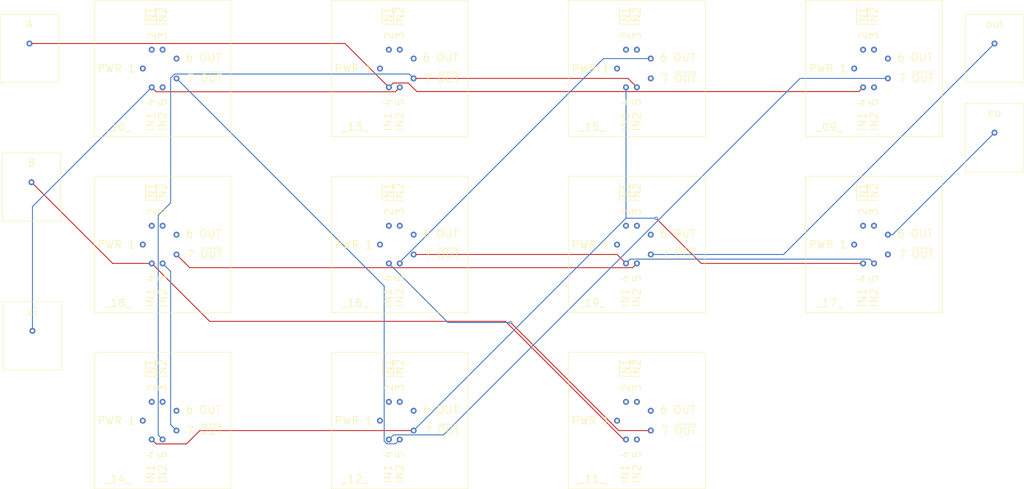
<source format=kicad_pcb>
(kicad_pcb (version 20211014) (generator pcbnew)
  (layers (0 "F.Cu" signal) (31 "B.Cu" signal) (34 "B.Paste" user) (35 "F.Paste" user) (36 "B.SilkS" user "B.Silkscreen") (37 "F.SilkS" user "F.Silkscreen") (38 "B.Mask" user) (39 "F.Mask" user) (44 "Edge.Cuts" user))
  (net 0 "")
  (net 1 "A")
  (net 2 "_05_")
  (net 3 "ci")
  (net 4 "_06_")
  (net 5 "B")
  (net 6 "_07_")
  (net 7 "_08_")
  (net 8 "_00_")
  (net 9 "_01_")
  (net 10 "_02_")
  (net 11 "_03_")
  (net 12 "co")
  (net 13 "_04_")
  (net 14 "out")
  (footprint "FA:NOR" (layer "F.Cu") (at 121.844 137.326)
    (fp_text reference "_12_" (at -15 15 unlocked) (layer "F.SilkS") (effects (font (size 2 2)) (justify left)))
    (fp_text value "NOR")
    (fp_text user "PWR 1" (at -6.858 0 unlocked) (layer "F.SilkS") (effects (font (size 2 2)) (justify right)))
    (fp_text user "IN2 5" (at 0 7.62 90 unlocked) (layer "F.SilkS") (effects (font (size 2 2)) (justify right)))
    (fp_text user "3 ~{IN2}" (at 0 -7.366 90 unlocked) (layer "F.SilkS") (effects (font (size 2 2)) (justify left)))
    (fp_text user "6 OUT" (at 5.842 -2.794 unlocked) (layer "F.SilkS") (effects (font (size 2 2)) (justify left)))
    (fp_text user "IN1 4" (at -3.048 7.62 90 unlocked) (layer "F.SilkS") (effects (font (size 2 2)) (justify right)))
    (fp_text user "7 ~{OUT}" (at 6.096 2.54 unlocked) (layer "F.SilkS") (effects (font (size 2 2)) (justify left)))
    (fp_text user "2 ~{IN1}" (at -2.794 -7.366 90 unlocked) (layer "F.SilkS") (effects (font (size 2 2)) (justify left)))
    (fp_line (start 17.5 17.5) (end -17.5 17.5) (layer "F.SilkS") (width 0.12))
    (fp_line (start -17.5 17.5) (end -17.5 -17.5) (layer "F.SilkS") (width 0.12))
    (fp_line (start 17.5 -17.5) (end -17.5 -17.5) (layer "F.SilkS") (width 0.12))
    (fp_line (start 17.5 -17.5) (end 17.5 17.5) (layer "F.SilkS") (width 0.12))
    (pad "1" thru_hole circle (at -5.08 0) (size 1.524 1.524) (drill 0.762) (layers *.Cu *.Mask))
    (pad "2" thru_hole circle (at -2.794 -4.826) (size 1.524 1.524) (drill 0.762) (layers *.Cu *.Mask))
    (pad "3" thru_hole circle (at 0 -4.826) (size 1.524 1.524) (drill 0.762) (layers *.Cu *.Mask))
    (pad "4" thru_hole circle (at -2.794 4.826) (size 1.524 1.524) (drill 0.762) (layers *.Cu *.Mask) (net 2 "_05_"))
    (pad "5" thru_hole circle (at 0 4.826) (size 1.524 1.524) (drill 0.762) (layers *.Cu *.Mask) (net 4 "_06_"))
    (pad "6" thru_hole circle (at 3.556 -2.54) (size 1.524 1.524) (drill 0.762) (layers *.Cu *.Mask))
    (pad "7" thru_hole circle (at 3.556 2.54) (size 1.524 1.524) (drill 0.762) (layers *.Cu *.Mask) (net 7 "_08_"))
  )
  (footprint "FA:NOR" (layer "F.Cu") (at 243.424 92.186)
    (fp_text reference "_17_" (at -15 15 unlocked) (layer "F.SilkS") (effects (font (size 2 2)) (justify left)))
    (fp_text value "OR")
    (fp_text user "3 ~{IN2}" (at 0 -7.366 90 unlocked) (layer "F.SilkS") (effects (font (size 2 2)) (justify left)))
    (fp_text user "IN1 4" (at -3.048 7.62 90 unlocked) (layer "F.SilkS") (effects (font (size 2 2)) (justify right)))
    (fp_text user "7 ~{OUT}" (at 6.096 2.54 unlocked) (layer "F.SilkS") (effects (font (size 2 2)) (justify left)))
    (fp_text user "2 ~{IN1}" (at -2.794 -7.366 90 unlocked) (layer "F.SilkS") (effects (font (size 2 2)) (justify left)))
    (fp_text user "IN2 5" (at 0 7.62 90 unlocked) (layer "F.SilkS") (effects (font (size 2 2)) (justify right)))
    (fp_text user "PWR 1" (at -6.858 0 unlocked) (layer "F.SilkS") (effects (font (size 2 2)) (justify right)))
    (fp_text user "6 OUT" (at 5.842 -2.794 unlocked) (layer "F.SilkS") (effects (font (size 2 2)) (justify left)))
    (fp_line (start -17.5 17.5) (end -17.5 -17.5) (layer "F.SilkS") (width 0.12))
    (fp_line (start 17.5 -17.5) (end 17.5 17.5) (layer "F.SilkS") (width 0.12))
    (fp_line (start 17.5 17.5) (end -17.5 17.5) (layer "F.SilkS") (width 0.12))
    (fp_line (start 17.5 -17.5) (end -17.5 -17.5) (layer "F.SilkS") (width 0.12))
    (pad "1" thru_hole circle (at -5.08 0) (size 1.524 1.524) (drill 0.762) (layers *.Cu *.Mask))
    (pad "2" thru_hole circle (at -2.794 -4.826) (size 1.524 1.524) (drill 0.762) (layers *.Cu *.Mask))
    (pad "3" thru_hole circle (at 0 -4.826) (size 1.524 1.524) (drill 0.762) (layers *.Cu *.Mask))
    (pad "4" thru_hole circle (at -2.794 4.826) (size 1.524 1.524) (drill 0.762) (layers *.Cu *.Mask) (net 7 "_08_"))
    (pad "5" thru_hole circle (at 0 4.826) (size 1.524 1.524) (drill 0.762) (layers *.Cu *.Mask) (net 11 "_03_"))
    (pad "6" thru_hole circle (at 3.556 -2.54) (size 1.524 1.524) (drill 0.762) (layers *.Cu *.Mask) (net 12 "co"))
    (pad "7" thru_hole circle (at 3.556 2.54) (size 1.524 1.524) (drill 0.762) (layers *.Cu *.Mask))
  )
  (footprint "FA:NOR" (layer "F.Cu") (at 61.054 47.046)
    (fp_text reference "_10_" (at -15 15 unlocked) (layer "F.SilkS") (effects (font (size 2 2)) (justify left)))
    (fp_text value "NOT")
    (fp_text user "IN2 5" (at 0 7.62 90 unlocked) (layer "F.SilkS") (effects (font (size 2 2)) (justify right)))
    (fp_text user "PWR 1" (at -6.858 0 unlocked) (layer "F.SilkS") (effects (font (size 2 2)) (justify right)))
    (fp_text user "3 ~{IN2}" (at 0 -7.366 90 unlocked) (layer "F.SilkS") (effects (font (size 2 2)) (justify left)))
    (fp_text user "7 ~{OUT}" (at 6.096 2.54 unlocked) (layer "F.SilkS") (effects (font (size 2 2)) (justify left)))
    (fp_text user "6 OUT" (at 5.842 -2.794 unlocked) (layer "F.SilkS") (effects (font (size 2 2)) (justify left)))
    (fp_text user "2 ~{IN1}" (at -2.794 -7.366 90 unlocked) (layer "F.SilkS") (effects (font (size 2 2)) (justify left)))
    (fp_text user "IN1 4" (at -3.048 7.62 90 unlocked) (layer "F.SilkS") (effects (font (size 2 2)) (justify right)))
    (fp_line (start -17.5 17.5) (end -17.5 -17.5) (layer "F.SilkS") (width 0.12))
    (fp_line (start 17.5 -17.5) (end 17.5 17.5) (layer "F.SilkS") (width 0.12))
    (fp_line (start 17.5 -17.5) (end -17.5 -17.5) (layer "F.SilkS") (width 0.12))
    (fp_line (start 17.5 17.5) (end -17.5 17.5) (layer "F.SilkS") (width 0.12))
    (pad "1" thru_hole circle (at -5.08 0) (size 1.524 1.524) (drill 0.762) (layers *.Cu *.Mask))
    (pad "2" thru_hole circle (at -2.794 -4.826) (size 1.524 1.524) (drill 0.762) (layers *.Cu *.Mask))
    (pad "3" thru_hole circle (at 0 -4.826) (size 1.524 1.524) (drill 0.762) (layers *.Cu *.Mask))
    (pad "4" thru_hole circle (at -2.794 4.826) (size 1.524 1.524) (drill 0.762) (layers *.Cu *.Mask) (net 3 "ci"))
    (pad "5" thru_hole circle (at 0 4.826) (size 1.524 1.524) (drill 0.762) (layers *.Cu *.Mask))
    (pad "6" thru_hole circle (at 3.556 -2.54) (size 1.524 1.524) (drill 0.762) (layers *.Cu *.Mask))
    (pad "7" thru_hole circle (at 3.556 2.54) (size 1.524 1.524) (drill 0.762) (layers *.Cu *.Mask) (net 4 "_06_"))
  )
  (footprint "FA:INPUT" (layer "F.Cu") (at 26.924 40.64)
    (fp_text reference "A" (at 0 -5 unlocked) (layer "F.SilkS") (effects (font (size 2 2))))
    (fp_text value "INPUT")
    (fp_rect (start -7.5 -7.5) (end 7.5 10) (layer "F.SilkS") (width 0.12) (fill none))
    (pad "1" thru_hole circle (at 0 0) (size 1.524 1.524) (drill 0.762) (layers *.Cu *.Mask) (net 1 "A"))
  )
  (footprint "FA:NOR" (layer "F.Cu") (at 182.634 137.326)
    (fp_text reference "_11_" (at -15 15 unlocked) (layer "F.SilkS") (effects (font (size 2 2)) (justify left)))
    (fp_text value "NOT")
    (fp_text user "2 ~{IN1}" (at -2.794 -7.366 90 unlocked) (layer "F.SilkS") (effects (font (size 2 2)) (justify left)))
    (fp_text user "3 ~{IN2}" (at 0 -7.366 90 unlocked) (layer "F.SilkS") (effects (font (size 2 2)) (justify left)))
    (fp_text user "6 OUT" (at 5.842 -2.794 unlocked) (layer "F.SilkS") (effects (font (size 2 2)) (justify left)))
    (fp_text user "IN2 5" (at 0 7.62 90 unlocked) (layer "F.SilkS") (effects (font (size 2 2)) (justify right)))
    (fp_text user "7 ~{OUT}" (at 6.096 2.54 unlocked) (layer "F.SilkS") (effects (font (size 2 2)) (justify left)))
    (fp_text user "IN1 4" (at -3.048 7.62 90 unlocked) (layer "F.SilkS") (effects (font (size 2 2)) (justify right)))
    (fp_text user "PWR 1" (at -6.858 0 unlocked) (layer "F.SilkS") (effects (font (size 2 2)) (justify right)))
    (fp_line (start -17.5 17.5) (end -17.5 -17.5) (layer "F.SilkS") (width 0.12))
    (fp_line (start 17.5 -17.5) (end -17.5 -17.5) (layer "F.SilkS") (width 0.12))
    (fp_line (start 17.5 17.5) (end -17.5 17.5) (layer "F.SilkS") (width 0.12))
    (fp_line (start 17.5 -17.5) (end 17.5 17.5) (layer "F.SilkS") (width 0.12))
    (pad "1" thru_hole circle (at -5.08 0) (size 1.524 1.524) (drill 0.762) (layers *.Cu *.Mask))
    (pad "2" thru_hole circle (at -2.794 -4.826) (size 1.524 1.524) (drill 0.762) (layers *.Cu *.Mask))
    (pad "3" thru_hole circle (at 0 -4.826) (size 1.524 1.524) (drill 0.762) (layers *.Cu *.Mask))
    (pad "4" thru_hole circle (at -2.794 4.826) (size 1.524 1.524) (drill 0.762) (layers *.Cu *.Mask) (net 5 "B"))
    (pad "5" thru_hole circle (at 0 4.826) (size 1.524 1.524) (drill 0.762) (layers *.Cu *.Mask))
    (pad "6" thru_hole circle (at 3.556 -2.54) (size 1.524 1.524) (drill 0.762) (layers *.Cu *.Mask))
    (pad "7" thru_hole circle (at 3.556 2.54) (size 1.524 1.524) (drill 0.762) (layers *.Cu *.Mask) (net 6 "_07_"))
  )
  (footprint "FA:NOR" (layer "F.Cu") (at 61.054 137.326)
    (fp_text reference "_14_" (at -15 15 unlocked) (layer "F.SilkS") (effects (font (size 2 2)) (justify left)))
    (fp_text value "NOR")
    (fp_text user "IN1 4" (at -3.048 7.62 90 unlocked) (layer "F.SilkS") (effects (font (size 2 2)) (justify right)))
    (fp_text user "3 ~{IN2}" (at 0 -7.366 90 unlocked) (layer "F.SilkS") (effects (font (size 2 2)) (justify left)))
    (fp_text user "2 ~{IN1}" (at -2.794 -7.366 90 unlocked) (layer "F.SilkS") (effects (font (size 2 2)) (justify left)))
    (fp_text user "6 OUT" (at 5.842 -2.794 unlocked) (layer "F.SilkS") (effects (font (size 2 2)) (justify left)))
    (fp_text user "PWR 1" (at -6.858 0 unlocked) (layer "F.SilkS") (effects (font (size 2 2)) (justify right)))
    (fp_text user "IN2 5" (at 0 7.62 90 unlocked) (layer "F.SilkS") (effects (font (size 2 2)) (justify right)))
    (fp_text user "7 ~{OUT}" (at 6.096 2.54 unlocked) (layer "F.SilkS") (effects (font (size 2 2)) (justify left)))
    (fp_line (start 17.5 -17.5) (end -17.5 -17.5) (layer "F.SilkS") (width 0.12))
    (fp_line (start 17.5 -17.5) (end 17.5 17.5) (layer "F.SilkS") (width 0.12))
    (fp_line (start -17.5 17.5) (end -17.5 -17.5) (layer "F.SilkS") (width 0.12))
    (fp_line (start 17.5 17.5) (end -17.5 17.5) (layer "F.SilkS") (width 0.12))
    (pad "1" thru_hole circle (at -5.08 0) (size 1.524 1.524) (drill 0.762) (layers *.Cu *.Mask))
    (pad "2" thru_hole circle (at -2.794 -4.826) (size 1.524 1.524) (drill 0.762) (layers *.Cu *.Mask))
    (pad "3" thru_hole circle (at 0 -4.826) (size 1.524 1.524) (drill 0.762) (layers *.Cu *.Mask))
    (pad "4" thru_hole circle (at -2.794 4.826) (size 1.524 1.524) (drill 0.762) (layers *.Cu *.Mask) (net 7 "_08_"))
    (pad "5" thru_hole circle (at 0 4.826) (size 1.524 1.524) (drill 0.762) (layers *.Cu *.Mask) (net 8 "_00_"))
    (pad "6" thru_hole circle (at 3.556 -2.54) (size 1.524 1.524) (drill 0.762) (layers *.Cu *.Mask))
    (pad "7" thru_hole circle (at 3.556 2.54) (size 1.524 1.524) (drill 0.762) (layers *.Cu *.Mask) (net 9 "_01_"))
  )
  (footprint "FA:OUTPUT" (layer "F.Cu") (at 274.32 63.5)
    (fp_text reference "co" (at 0 -5 unlocked) (layer "F.SilkS") (effects (font (size 2 2))))
    (fp_text value "OUTPUT")
    (fp_rect (start -7.5 -7.5) (end 7.5 10) (layer "F.SilkS") (width 0.12) (fill none))
    (pad "1" thru_hole circle (at 0 0) (size 1.524 1.524) (drill 0.762) (layers *.Cu *.Mask) (net 12 "co"))
  )
  (footprint "FA:NOR" (layer "F.Cu") (at 182.634 92.186)
    (fp_text reference "_19_" (at -15 15 unlocked) (layer "F.SilkS") (effects (font (size 2 2)) (justify left)))
    (fp_text value "NOR")
    (fp_text user "PWR 1" (at -6.858 0 unlocked) (layer "F.SilkS") (effects (font (size 2 2)) (justify right)))
    (fp_text user "IN1 4" (at -3.048 7.62 90 unlocked) (layer "F.SilkS") (effects (font (size 2 2)) (justify right)))
    (fp_text user "2 ~{IN1}" (at -2.794 -7.366 90 unlocked) (layer "F.SilkS") (effects (font (size 2 2)) (justify left)))
    (fp_text user "IN2 5" (at 0 7.62 90 unlocked) (layer "F.SilkS") (effects (font (size 2 2)) (justify right)))
    (fp_text user "3 ~{IN2}" (at 0 -7.366 90 unlocked) (layer "F.SilkS") (effects (font (size 2 2)) (justify left)))
    (fp_text user "6 OUT" (at 5.842 -2.794 unlocked) (layer "F.SilkS") (effects (font (size 2 2)) (justify left)))
    (fp_text user "7 ~{OUT}" (at 6.096 2.54 unlocked) (layer "F.SilkS") (effects (font (size 2 2)) (justify left)))
    (fp_line (start -17.5 17.5) (end -17.5 -17.5) (layer "F.SilkS") (width 0.12))
    (fp_line (start 17.5 -17.5) (end 17.5 17.5) (layer "F.SilkS") (width 0.12))
    (fp_line (start 17.5 17.5) (end -17.5 17.5) (layer "F.SilkS") (width 0.12))
    (fp_line (start 17.5 -17.5) (end -17.5 -17.5) (layer "F.SilkS") (width 0.12))
    (pad "1" thru_hole circle (at -5.08 0) (size 1.524 1.524) (drill 0.762) (layers *.Cu *.Mask))
    (pad "2" thru_hole circle (at -2.794 -4.826) (size 1.524 1.524) (drill 0.762) (layers *.Cu *.Mask))
    (pad "3" thru_hole circle (at 0 -4.826) (size 1.524 1.524) (drill 0.762) (layers *.Cu *.Mask))
    (pad "4" thru_hole circle (at -2.794 4.826) (size 1.524 1.524) (drill 0.762) (layers *.Cu *.Mask) (net 11 "_03_"))
    (pad "5" thru_hole circle (at 0 4.826) (size 1.524 1.524) (drill 0.762) (layers *.Cu *.Mask) (net 13 "_04_"))
    (pad "6" thru_hole circle (at 3.556 -2.54) (size 1.524 1.524) (drill 0.762) (layers *.Cu *.Mask))
    (pad "7" thru_hole circle (at 3.556 2.54) (size 1.524 1.524) (drill 0.762) (layers *.Cu *.Mask) (net 14 "out"))
  )
  (footprint "FA:OUTPUT" (layer "F.Cu") (at 274.32 40.64)
    (fp_text reference "out" (at 0 -5 unlocked) (layer "F.SilkS") (effects (font (size 2 2))))
    (fp_text value "OUTPUT")
    (fp_rect (start -7.5 -7.5) (end 7.5 10) (layer "F.SilkS") (width 0.12) (fill none))
    (pad "1" thru_hole circle (at 0 0) (size 1.524 1.524) (drill 0.762) (layers *.Cu *.Mask) (net 14 "out"))
  )
  (footprint "FA:NOR" (layer "F.Cu") (at 182.634 47.046)
    (fp_text reference "_15_" (at -15 15 unlocked) (layer "F.SilkS") (effects (font (size 2 2)) (justify left)))
    (fp_text value "OR")
    (fp_text user "6 OUT" (at 5.842 -2.794 unlocked) (layer "F.SilkS") (effects (font (size 2 2)) (justify left)))
    (fp_text user "7 ~{OUT}" (at 6.096 2.54 unlocked) (layer "F.SilkS") (effects (font (size 2 2)) (justify left)))
    (fp_text user "3 ~{IN2}" (at 0 -7.366 90 unlocked) (layer "F.SilkS") (effects (font (size 2 2)) (justify left)))
    (fp_text user "IN1 4" (at -3.048 7.62 90 unlocked) (layer "F.SilkS") (effects (font (size 2 2)) (justify right)))
    (fp_text user "2 ~{IN1}" (at -2.794 -7.366 90 unlocked) (layer "F.SilkS") (effects (font (size 2 2)) (justify left)))
    (fp_text user "IN2 5" (at 0 7.62 90 unlocked) (layer "F.SilkS") (effects (font (size 2 2)) (justify right)))
    (fp_text user "PWR 1" (at -6.858 0 unlocked) (layer "F.SilkS") (effects (font (size 2 2)) (justify right)))
    (fp_line (start -17.5 17.5) (end -17.5 -17.5) (layer "F.SilkS") (width 0.12))
    (fp_line (start 17.5 -17.5) (end -17.5 -17.5) (layer "F.SilkS") (width 0.12))
    (fp_line (start 17.5 17.5) (end -17.5 17.5) (layer "F.SilkS") (width 0.12))
    (fp_line (start 17.5 -17.5) (end 17.5 17.5) (layer "F.SilkS") (width 0.12))
    (pad "1" thru_hole circle (at -5.08 0) (size 1.524 1.524) (drill 0.762) (layers *.Cu *.Mask))
    (pad "2" thru_hole circle (at -2.794 -4.826) (size 1.524 1.524) (drill 0.762) (layers *.Cu *.Mask))
    (pad "3" thru_hole circle (at 0 -4.826) (size 1.524 1.524) (drill 0.762) (layers *.Cu *.Mask))
    (pad "4" thru_hole circle (at -2.794 4.826) (size 1.524 1.524) (drill 0.762) (layers *.Cu *.Mask) (net 7 "_08_"))
    (pad "5" thru_hole circle (at 0 4.826) (size 1.524 1.524) (drill 0.762) (layers *.Cu *.Mask) (net 8 "_00_"))
    (pad "6" thru_hole circle (at 3.556 -2.54) (size 1.524 1.524) (drill 0.762) (layers *.Cu *.Mask) (net 10 "_02_"))
    (pad "7" thru_hole circle (at 3.556 2.54) (size 1.524 1.524) (drill 0.762) (layers *.Cu *.Mask))
  )
  (footprint "FA:NOR" (layer "F.Cu") (at 121.844 92.186)
    (fp_text reference "_16_" (at -15 15 unlocked) (layer "F.SilkS") (effects (font (size 2 2)) (justify left)))
    (fp_text value "NOR")
    (fp_text user "6 OUT" (at 5.842 -2.794 unlocked) (layer "F.SilkS") (effects (font (size 2 2)) (justify left)))
    (fp_text user "3 ~{IN2}" (at 0 -7.366 90 unlocked) (layer "F.SilkS") (effects (font (size 2 2)) (justify left)))
    (fp_text user "2 ~{IN1}" (at -2.794 -7.366 90 unlocked) (layer "F.SilkS") (effects (font (size 2 2)) (justify left)))
    (fp_text user "7 ~{OUT}" (at 6.096 2.54 unlocked) (layer "F.SilkS") (effects (font (size 2 2)) (justify left)))
    (fp_text user "IN2 5" (at 0 7.62 90 unlocked) (layer "F.SilkS") (effects (font (size 2 2)) (justify right)))
    (fp_text user "PWR 1" (at -6.858 0 unlocked) (layer "F.SilkS") (effects (font (size 2 2)) (justify right)))
    (fp_text user "IN1 4" (at -3.048 7.62 90 unlocked) (layer "F.SilkS") (effects (font (size 2 2)) (justify right)))
    (fp_line (start 17.5 -17.5) (end 17.5 17.5) (layer "F.SilkS") (width 0.12))
    (fp_line (start 17.5 -17.5) (end -17.5 -17.5) (layer "F.SilkS") (width 0.12))
    (fp_line (start -17.5 17.5) (end -17.5 -17.5) (layer "F.SilkS") (width 0.12))
    (fp_line (start 17.5 17.5) (end -17.5 17.5) (layer "F.SilkS") (width 0.12))
    (pad "1" thru_hole circle (at -5.08 0) (size 1.524 1.524) (drill 0.762) (layers *.Cu *.Mask))
    (pad "2" thru_hole circle (at -2.794 -4.826) (size 1.524 1.524) (drill 0.762) (layers *.Cu *.Mask))
    (pad "3" thru_hole circle (at 0 -4.826) (size 1.524 1.524) (drill 0.762) (layers *.Cu *.Mask))
    (pad "4" thru_hole circle (at -2.794 4.826) (size 1.524 1.524) (drill 0.762) (layers *.Cu *.Mask) (net 6 "_07_"))
    (pad "5" thru_hole circle (at 0 4.826) (size 1.524 1.524) (drill 0.762) (layers *.Cu *.Mask) (net 10 "_02_"))
    (pad "6" thru_hole circle (at 3.556 -2.54) (size 1.524 1.524) (drill 0.762) (layers *.Cu *.Mask))
    (pad "7" thru_hole circle (at 3.556 2.54) (size 1.524 1.524) (drill 0.762) (layers *.Cu *.Mask) (net 11 "_03_"))
  )
  (footprint "FA:INPUT" (layer "F.Cu") (at 27.432 76.2)
    (fp_text reference "B" (at 0 -5 unlocked) (layer "F.SilkS") (effects (font (size 2 2))))
    (fp_text value "INPUT")
    (fp_rect (start -7.5 -7.5) (end 7.5 10) (layer "F.SilkS") (width 0.12) (fill none))
    (pad "1" thru_hole circle (at 0 0) (size 1.524 1.524) (drill 0.762) (layers *.Cu *.Mask) (net 5 "B"))
  )
  (footprint "FA:INPUT" (layer "F.Cu") (at 27.686 114.3)
    (fp_text reference "ci" (at 0 -5 unlocked) (layer "F.SilkS") (effects (font (size 2 2))))
    (fp_text value "INPUT")
    (fp_rect (start -7.5 -7.5) (end 7.5 10) (layer "F.SilkS") (width 0.12) (fill none))
    (pad "1" thru_hole circle (at 0 0) (size 1.524 1.524) (drill 0.762) (layers *.Cu *.Mask) (net 3 "ci"))
  )
  (footprint "FA:NOR" (layer "F.Cu") (at 243.424 47.046)
    (fp_text reference "_09_" (at -15 15 unlocked) (layer "F.SilkS") (effects (font (size 2 2)) (justify left)))
    (fp_text value "NOT")
    (fp_text user "IN1 4" (at -3.048 7.62 90 unlocked) (layer "F.SilkS") (effects (font (size 2 2)) (justify right)))
    (fp_text user "6 OUT" (at 5.842 -2.794 unlocked) (layer "F.SilkS") (effects (font (size 2 2)) (justify left)))
    (fp_text user "2 ~{IN1}" (at -2.794 -7.366 90 unlocked) (layer "F.SilkS") (effects (font (size 2 2)) (justify left)))
    (fp_text user "PWR 1" (at -6.858 0 unlocked) (layer "F.SilkS") (effects (font (size 2 2)) (justify right)))
    (fp_text user "3 ~{IN2}" (at 0 -7.366 90 unlocked) (layer "F.SilkS") (effects (font (size 2 2)) (justify left)))
    (fp_text user "IN2 5" (at 0 7.62 90 unlocked) (layer "F.SilkS") (effects (font (size 2 2)) (justify right)))
    (fp_text user "7 ~{OUT}" (at 6.096 2.54 unlocked) (layer "F.SilkS") (effects (font (size 2 2)) (justify left)))
    (fp_line (start -17.5 17.5) (end -17.5 -17.5) (layer "F.SilkS") (width 0.12))
    (fp_line (start 17.5 -17.5) (end 17.5 17.5) (layer "F.SilkS") (width 0.12))
    (fp_line (start 17.5 -17.5) (end -17.5 -17.5) (layer "F.SilkS") (width 0.12))
    (fp_line (start 17.5 17.5) (end -17.5 17.5) (layer "F.SilkS") (width 0.12))
    (pad "1" thru_hole circle (at -5.08 0) (size 1.524 1.524) (drill 0.762) (layers *.Cu *.Mask))
    (pad "2" thru_hole circle (at -2.794 -4.826) (size 1.524 1.524) (drill 0.762) (layers *.Cu *.Mask))
    (pad "3" thru_hole circle (at 0 -4.826) (size 1.524 1.524) (drill 0.762) (layers *.Cu *.Mask))
    (pad "4" thru_hole circle (at -2.794 4.826) (size 1.524 1.524) (drill 0.762) (layers *.Cu *.Mask) (net 1 "A"))
    (pad "5" thru_hole circle (at 0 4.826) (size 1.524 1.524) (drill 0.762) (layers *.Cu *.Mask))
    (pad "6" thru_hole circle (at 3.556 -2.54) (size 1.524 1.524) (drill 0.762) (layers *.Cu *.Mask))
    (pad "7" thru_hole circle (at 3.556 2.54) (size 1.524 1.524) (drill 0.762) (layers *.Cu *.Mask) (net 2 "_05_"))
  )
  (footprint "FA:NOR" (layer "F.Cu") (at 61.054 92.186)
    (fp_text reference "_18_" (at -15 15 unlocked) (layer "F.SilkS") (effects (font (size 2 2)) (justify left)))
    (fp_text value "NOR")
    (fp_text user "7 ~{OUT}" (at 6.096 2.54 unlocked) (layer "F.SilkS") (effects (font (size 2 2)) (justify left)))
    (fp_text user "IN1 4" (at -3.048 7.62 90 unlocked) (layer "F.SilkS") (effects (font (size 2 2)) (justify right)))
    (fp_text user "2 ~{IN1}" (at -2.794 -7.366 90 unlocked) (layer "F.SilkS") (effects (font (size 2 2)) (justify left)))
    (fp_text user "3 ~{IN2}" (at 0 -7.366 90 unlocked) (layer "F.SilkS") (effects (font (size 2 2)) (justify left)))
    (fp_text user "IN2 5" (at 0 7.62 90 unlocked) (layer "F.SilkS") (effects (font (size 2 2)) (justify right)))
    (fp_text user "6 OUT" (at 5.842 -2.794 unlocked) (layer "F.SilkS") (effects (font (size 2 2)) (justify left)))
    (fp_text user "PWR 1" (at -6.858 0 unlocked) (layer "F.SilkS") (effects (font (size 2 2)) (justify right)))
    (fp_line (start 17.5 -17.5) (end 17.5 17.5) (layer "F.SilkS") (width 0.12))
    (fp_line (start 17.5 17.5) (end -17.5 17.5) (layer "F.SilkS") (width 0.12))
    (fp_line (start -17.5 17.5) (end -17.5 -17.5) (layer "F.SilkS") (width 0.12))
    (fp_line (start 17.5 -17.5) (end -17.5 -17.5) (layer "F.SilkS") (width 0.12))
    (pad "1" thru_hole circle (at -5.08 0) (size 1.524 1.524) (drill 0.762) (layers *.Cu *.Mask))
    (pad "2" thru_hole circle (at -2.794 -4.826) (size 1.524 1.524) (drill 0.762) (layers *.Cu *.Mask))
    (pad "3" thru_hole circle (at 0 -4.826) (size 1.524 1.524) (drill 0.762) (layers *.Cu *.Mask))
    (pad "4" thru_hole circle (at -2.794 4.826) (size 1.524 1.524) (drill 0.762) (layers *.Cu *.Mask) (net 5 "B"))
    (pad "5" thru_hole circle (at 0 4.826) (size 1.524 1.524) (drill 0.762) (layers *.Cu *.Mask) (net 9 "_01_"))
    (pad "6" thru_hole circle (at 3.556 -2.54) (size 1.524 1.524) (drill 0.762) (layers *.Cu *.Mask))
    (pad "7" thru_hole circle (at 3.556 2.54) (size 1.524 1.524) (drill 0.762) (layers *.Cu *.Mask) (net 13 "_04_"))
  )
  (footprint "FA:NOR" (layer "F.Cu") (at 121.844 47.046)
    (fp_text reference "_13_" (at -15 15 unlocked) (layer "F.SilkS") (effects (font (size 2 2)) (justify left)))
    (fp_text value "NOR")
    (fp_text user "2 ~{IN1}" (at -2.794 -7.366 90 unlocked) (layer "F.SilkS") (effects (font (size 2 2)) (justify left)))
    (fp_text user "6 OUT" (at 5.842 -2.794 unlocked) (layer "F.SilkS") (effects (font (size 2 2)) (justify left)))
    (fp_text user "3 ~{IN2}" (at 0 -7.366 90 unlocked) (layer "F.SilkS") (effects (font (size 2 2)) (justify left)))
    (fp_text user "PWR 1" (at -6.858 0 unlocked) (layer "F.SilkS") (effects (font (size 2 2)) (justify right)))
    (fp_text user "IN1 4" (at -3.048 7.62 90 unlocked) (layer "F.SilkS") (effects (font (size 2 2)) (justify right)))
    (fp_text user "IN2 5" (at 0 7.62 90 unlocked) (layer "F.SilkS") (effects (font (size 2 2)) (justify right)))
    (fp_text user "7 ~{OUT}" (at 6.096 2.54 unlocked) (layer "F.SilkS") (effects (font (size 2 2)) (justify left)))
    (fp_line (start 17.5 -17.5) (end 17.5 17.5) (layer "F.SilkS") (width 0.12))
    (fp_line (start 17.5 17.5) (end -17.5 17.5) (layer "F.SilkS") (width 0.12))
    (fp_line (start 17.5 -17.5) (end -17.5 -17.5) (layer "F.SilkS") (width 0.12))
    (fp_line (start -17.5 17.5) (end -17.5 -17.5) (layer "F.SilkS") (width 0.12))
    (pad "1" thru_hole circle (at -5.08 0) (size 1.524 1.524) (drill 0.762) (layers *.Cu *.Mask))
    (pad "2" thru_hole circle (at -2.794 -4.826) (size 1.524 1.524) (drill 0.762) (layers *.Cu *.Mask))
    (pad "3" thru_hole circle (at 0 -4.826) (size 1.524 1.524) (drill 0.762) (layers *.Cu *.Mask))
    (pad "4" thru_hole circle (at -2.794 4.826) (size 1.524 1.524) (drill 0.762) (layers *.Cu *.Mask) (net 1 "A"))
    (pad "5" thru_hole circle (at 0 4.826) (size 1.524 1.524) (drill 0.762) (layers *.Cu *.Mask) (net 3 "ci"))
    (pad "6" thru_hole circle (at 3.556 -2.54) (size 1.524 1.524) (drill 0.762) (layers *.Cu *.Mask))
    (pad "7" thru_hole circle (at 3.556 2.54) (size 1.524 1.524) (drill 0.762) (layers *.Cu *.Mask) (net 8 "_00_"))
  )
  (segment (start 107.818 40.64) (end 26.924 40.64) (width 0.25) (layer "F.Cu") (net 1))
  (segment (start 126.2096 52.9594) (end 124.0188 50.7686) (width 0.25) (layer "F.Cu") (net 1))
  (segment (start 240.63 51.872) (end 239.5426 52.9594) (width 0.25) (layer "F.Cu") (net 1))
  (segment (start 239.5426 52.9594) (end 126.2096 52.9594) (width 0.25) (layer "F.Cu") (net 1))
  (segment (start 119.05 51.872) (end 107.818 40.64) (width 0.25) (layer "F.Cu") (net 1))
  (segment (start 120.1534 50.7686) (end 119.05 51.872) (width 0.25) (layer "F.Cu") (net 1))
  (segment (start 124.0188 50.7686) (end 120.1534 50.7686) (width 0.25) (layer "F.Cu") (net 1))
  (segment (start 133.0853 140.9665) (end 224.4658 49.586) (width 0.25) (layer "B.Cu") (net 2))
  (segment (start 120.2355 140.9665) (end 133.0853 140.9665) (width 0.25) (layer "B.Cu") (net 2))
  (segment (start 119.05 142.152) (end 120.2355 140.9665) (width 0.25) (layer "B.Cu") (net 2))
  (segment (start 224.4658 49.586) (end 246.98 49.586) (width 0.25) (layer "B.Cu") (net 2))
  (segment (start 59.3877 52.9997) (end 120.7163 52.9997) (width 0.25) (layer "F.Cu") (net 3))
  (segment (start 120.7163 52.9997) (end 121.844 51.872) (width 0.25) (layer "F.Cu") (net 3))
  (segment (start 58.26 51.872) (end 59.3877 52.9997) (width 0.25) (layer "F.Cu") (net 3))
  (segment (start 27.686 82.446) (end 27.686 114.3) (width 0.25) (layer "B.Cu") (net 3))
  (segment (start 58.26 51.872) (end 27.686 82.446) (width 0.25) (layer "B.Cu") (net 3))
  (segment (start 120.7521 143.2439) (end 121.844 142.152) (width 0.25) (layer "B.Cu") (net 4))
  (segment (start 117.8584 102.8344) (end 117.8584 142.5622) (width 0.25) (layer "B.Cu") (net 4))
  (segment (start 118.5401 143.2439) (end 120.7521 143.2439) (width 0.25) (layer "B.Cu") (net 4))
  (segment (start 117.8584 142.5622) (end 118.5401 143.2439) (width 0.25) (layer "B.Cu") (net 4))
  (segment (start 64.61 49.586) (end 117.8584 102.8344) (width 0.25) (layer "B.Cu") (net 4))
  (segment (start 148.9421 111.866) (end 179.2281 142.152) (width 0.25) (layer "F.Cu") (net 5))
  (segment (start 58.26 97.012) (end 48.244 97.012) (width 0.25) (layer "F.Cu") (net 5))
  (segment (start 48.244 97.012) (end 27.432 76.2) (width 0.25) (layer "F.Cu") (net 5))
  (segment (start 73.114 111.866) (end 148.9421 111.866) (width 0.25) (layer "F.Cu") (net 5))
  (segment (start 179.2281 142.152) (end 179.84 142.152) (width 0.25) (layer "F.Cu") (net 5))
  (segment (start 58.26 97.012) (end 73.114 111.866) (width 0.25) (layer "F.Cu") (net 5))
  (segment (start 186.19 139.866) (end 177.9678 139.866) (width 0.25) (layer "F.Cu") (net 6))
  (segment (start 177.9678 139.866) (end 150.2683 112.1665) (width 0.25) (layer "F.Cu") (net 6))
  (via (at 150.2683 112.1665) (size 0.8) (drill 0.4) (layers "F.Cu" "B.Cu") (net 6))
  (segment (start 134.2045 112.1665) (end 119.05 97.012) (width 0.25) (layer "B.Cu") (net 6))
  (segment (start 150.2683 112.1665) (end 134.2045 112.1665) (width 0.25) (layer "B.Cu") (net 6))
  (segment (start 59.3898 143.2818) (end 58.26 142.152) (width 0.25) (layer "F.Cu") (net 7))
  (segment (start 199.1252 97.012) (end 240.63 97.012) (width 0.25) (layer "F.Cu") (net 7))
  (segment (start 125.4 139.866) (end 70.5876 139.866) (width 0.25) (layer "F.Cu") (net 7))
  (segment (start 70.5876 139.866) (end 67.1718 143.2818) (width 0.25) (layer "F.Cu") (net 7))
  (segment (start 187.5696 85.4564) (end 199.1252 97.012) (width 0.25) (layer "F.Cu") (net 7))
  (segment (start 67.1718 143.2818) (end 59.3898 143.2818) (width 0.25) (layer "F.Cu") (net 7))
  (via (at 187.5696 85.4564) (size 0.8) (drill 0.4) (layers "F.Cu" "B.Cu") (net 7))
  (segment (start 179.84 51.872) (end 179.84 85.426) (width 0.25) (layer "B.Cu") (net 7))
  (segment (start 187.5392 85.426) (end 187.5696 85.4564) (width 0.25) (layer "B.Cu") (net 7))
  (segment (start 179.84 85.426) (end 187.5392 85.426) (width 0.25) (layer "B.Cu") (net 7))
  (segment (start 179.84 85.426) (end 125.4 139.866) (width 0.25) (layer "B.Cu") (net 7))
  (segment (start 125.4 49.586) (end 180.348 49.586) (width 0.25) (layer "F.Cu") (net 8))
  (segment (start 180.348 49.586) (end 182.634 51.872) (width 0.25) (layer "F.Cu") (net 8))
  (segment (start 125.4 49.586) (end 124.2738 48.4598) (width 0.25) (layer "B.Cu") (net 8))
  (segment (start 64.1347 48.4598) (end 63.1047 49.4898) (width 0.25) (layer "B.Cu") (net 8))
  (segment (start 59.934 84.665) (end 59.934 141.032) (width 0.25) (layer "B.Cu") (net 8))
  (segment (start 124.2738 48.4598) (end 64.1347 48.4598) (width 0.25) (layer "B.Cu") (net 8))
  (segment (start 63.1047 49.4898) (end 63.1047 81.4943) (width 0.25) (layer "B.Cu") (net 8))
  (segment (start 63.1047 81.4943) (end 59.934 84.665) (width 0.25) (layer "B.Cu") (net 8))
  (segment (start 59.934 141.032) (end 61.054 142.152) (width 0.25) (layer "B.Cu") (net 8))
  (segment (start 63.1049 138.3609) (end 63.1049 99.0629) (width 0.25) (layer "B.Cu") (net 9))
  (segment (start 64.61 139.866) (end 63.1049 138.3609) (width 0.25) (layer "B.Cu") (net 9))
  (segment (start 63.1049 99.0629) (end 61.054 97.012) (width 0.25) (layer "B.Cu") (net 9))
  (segment (start 174.0501 44.506) (end 121.844 96.7121) (width 0.25) (layer "B.Cu") (net 10))
  (segment (start 121.844 96.7121) (end 121.844 97.012) (width 0.25) (layer "B.Cu") (net 10))
  (segment (start 186.19 44.506) (end 174.0501 44.506) (width 0.25) (layer "B.Cu") (net 10))
  (segment (start 177.554 94.726) (end 179.84 97.012) (width 0.25) (layer "F.Cu") (net 11))
  (segment (start 125.4 94.726) (end 177.554 94.726) (width 0.25) (layer "F.Cu") (net 11))
  (segment (start 242.3366 95.9246) (end 243.424 97.012) (width 0.25) (layer "B.Cu") (net 11))
  (segment (start 180.9274 95.9246) (end 242.3366 95.9246) (width 0.25) (layer "B.Cu") (net 11))
  (segment (start 179.84 97.012) (end 180.9274 95.9246) (width 0.25) (layer "B.Cu") (net 11))
  (segment (start 246.98 89.646) (end 248.174 89.646) (width 0.25) (layer "B.Cu") (net 12))
  (segment (start 248.174 89.646) (end 274.32 63.5) (width 0.25) (layer "B.Cu") (net 12))
  (segment (start 67.9834 98.0994) (end 181.5466 98.0994) (width 0.25) (layer "F.Cu") (net 13))
  (segment (start 64.61 94.726) (end 67.9834 98.0994) (width 0.25) (layer "F.Cu") (net 13))
  (segment (start 181.5466 98.0994) (end 182.634 97.012) (width 0.25) (layer "F.Cu") (net 13))
  (segment (start 220.234 94.726) (end 274.32 40.64) (width 0.25) (layer "B.Cu") (net 14))
  (segment (start 186.19 94.726) (end 220.234 94.726) (width 0.25) (layer "B.Cu") (net 14))
)
</source>
